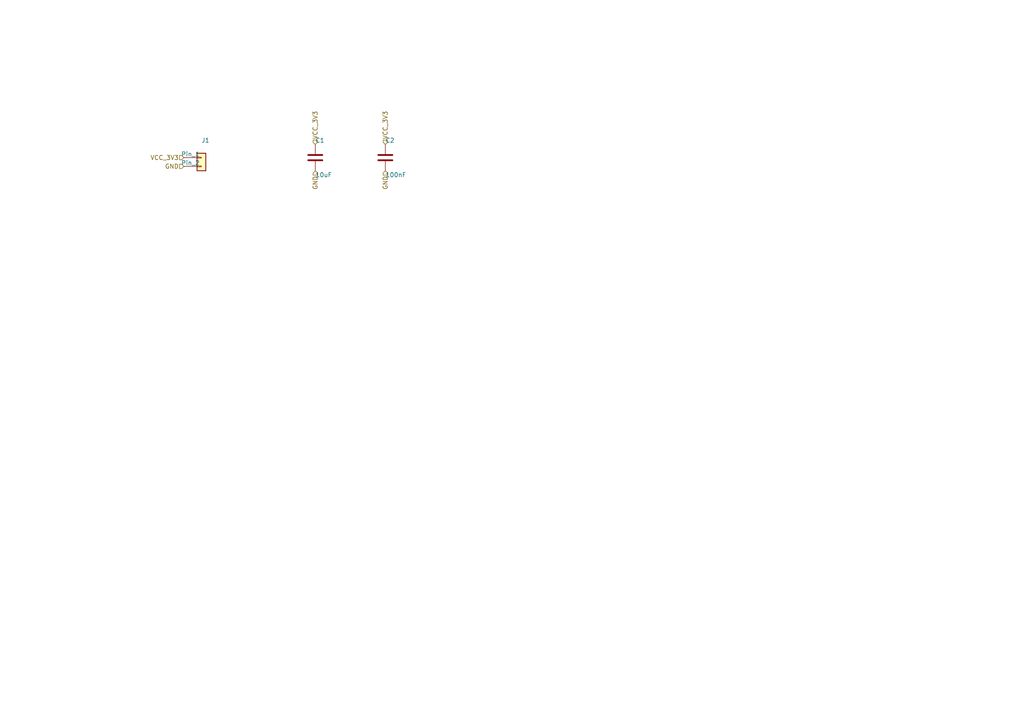
<source format=kicad_sch>
(kicad_sch (version 20250114) (generator "circuit_synth") (generator_version "9.0")
  (paper "A4")
  (lib_symbols
    (symbol "Connector_Generic:Conn_01x02" (pin_numbers hide) (pin_names (offset 0))
      (property "Reference" "J" (at 0 0 0))
      (property "Value" "Conn_01x02" (at 0 0 0))
      (symbol "Conn_01x02_0_1"
        (rectangle (start -1.27 1.27) (end 1.27 -3.81) (stroke (width 0.254)) (fill (type background)))
        (rectangle (start -1.27 0.127) (end 0 -0.127) (stroke (width 0.1524)))
        (rectangle (start -1.27 -2.413) (end 0 -2.667) (stroke (width 0.1524)))
      )
      (symbol "Conn_01x02_1_1"
        (pin passive line (at -5.08 0 0) (length 3.81) (name "Pin_1") (number "1"))
        (pin passive line (at -5.08 -2.54 0) (length 3.81) (name "Pin_2") (number "2"))
      )
    )
    (symbol "Device:C" (pin_numbers hide) (pin_names (offset 0))
      (property "Reference" "C" (at 0 0 0))
      (property "Value" "C" (at 0 0 0))
      (symbol "C_0_1"
        (polyline (pts (xy -2.032 0.762) (xy 2.032 0.762)) (stroke (width 0.508)))
        (polyline (pts (xy -2.032 -0.762) (xy 2.032 -0.762)) (stroke (width 0.508)))
      )
      (symbol "C_1_1"
        (pin passive line (at 0 3.81 270) (length 2.794) (name "~") (number "1"))
        (pin passive line (at 0 -3.81 90) (length 2.794) (name "~") (number "2"))
      )
    )
  )
  (symbol (lib_id "Connector_Generic:Conn_01x02") (at 58.42 45.72 0) (unit 1)
    (property "Reference" "J1" (at 58.42 40.72 0) (effects (justify left)))
    (property "Footprint" "Connector_JST:JST_XH_B2B-XH-A_1x02_P2.50mm_Vertical" (effects (hide yes)))
  )
  (symbol (lib_id "Device:C") (at 91.44 45.72 0) (unit 1)
    (property "Reference" "C1" (at 91.44 40.72 0) (effects (justify left)))
    (property "Value" "10uF" (at 91.44 50.72 0) (effects (justify left)))
    (property "Footprint" "Capacitor_SMD:C_0805_2012Metric" (effects (hide yes)))
  )
  (symbol (lib_id "Device:C") (at 111.76 45.72 0) (unit 1)
    (property "Reference" "C2" (at 111.76 40.72 0) (effects (justify left)))
    (property "Value" "100nF" (at 111.76 50.72 0) (effects (justify left)))
    (property "Footprint" "Capacitor_SMD:C_0603_1608Metric" (effects (hide yes)))
  )
  (hierarchical_label "VCC_3V3" (shape input) (at 53.34 45.72 180))
  (hierarchical_label "VCC_3V3" (shape input) (at 91.44 41.91 90))
  (hierarchical_label "VCC_3V3" (shape input) (at 111.76 41.91 90))
  (hierarchical_label "GND" (shape input) (at 53.34 48.26 180))
  (hierarchical_label "GND" (shape input) (at 91.44 49.53 270))
  (hierarchical_label "GND" (shape input) (at 111.76 49.53 270))
)
</source>
